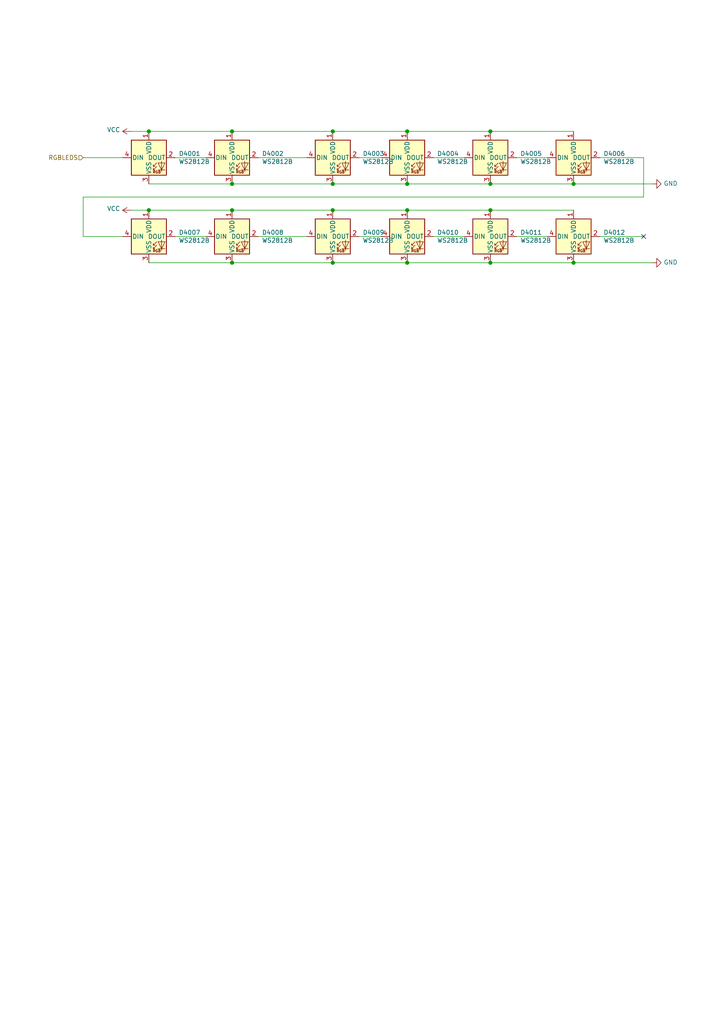
<source format=kicad_sch>
(kicad_sch (version 20210621) (generator eeschema)
  (paper "A4" portrait)
  (title_block (title "ValKey") (date "2019-08-16") (rev "0.2"))
  (lib_symbols
    (symbol "LED:WS2812B" (pin_names (offset 0.254))
      (property "Reference" "D" (at 5.08 5.715 0))
      (property "Value" "WS2812B" (at 1.27 -5.715 0))
      (symbol "WS2812B_0_0"
        (text "RGB" (at 2.286 -4.191 0) (effects (font (size 0.762 0.762))))
      )
      (symbol "WS2812B_0_1"
        (rectangle (start 5.08 5.08) (end -5.08 -5.08) (stroke (width 0.254)) (fill (type background)))
        (polyline (pts (xy 1.27 -3.556) (xy 1.778 -3.556)))
        (polyline (pts (xy 1.27 -2.54) (xy 1.778 -2.54)))
        (polyline (pts (xy 4.699 -3.556) (xy 2.667 -3.556)))
        (polyline (pts (xy 2.286 -2.54) (xy 1.27 -3.556) (xy 1.27 -3.048)))
        (polyline (pts (xy 2.286 -1.524) (xy 1.27 -2.54) (xy 1.27 -2.032)))
        (polyline (pts (xy 3.683 -1.016) (xy 3.683 -3.556) (xy 3.683 -4.064)))
        (polyline (pts (xy 4.699 -1.524) (xy 2.667 -1.524) (xy 3.683 -3.556) (xy 4.699 -1.524)))
      )
      (symbol "WS2812B_1_1"
        (pin power_in line (at 0 7.62 270) (length 2.54) (name "VDD") (number "1"))
        (pin output line (at 7.62 0 180) (length 2.54) (name "DOUT") (number "2"))
        (pin power_in line (at 0 -7.62 90) (length 2.54) (name "VSS") (number "3"))
        (pin input line (at -7.62 0 0) (length 2.54) (name "DIN") (number "4"))
      )
    )
    (symbol "power:GND" (power) (pin_names (offset 0))
      (property "Value" "GND" (at 0 -3.81 0))
      (symbol "GND_0_1"
        (polyline (pts (xy 0 0) (xy 0 -1.27) (xy 1.27 -1.27) (xy 0 -2.54) (xy -1.27 -1.27) (xy 0 -1.27)))
      )
      (symbol "GND_1_1"
        (pin power_in line (at 0 0 270) (length 0) hide (name "GND") (number "1"))
      )
    )
    (symbol "power:VCC" (power) (pin_names (offset 0))
      (property "Value" "VCC" (at 0 3.81 0))
      (symbol "VCC_0_1"
        (polyline (pts (xy -0.762 1.27) (xy 0 2.54)))
        (polyline (pts (xy 0 0) (xy 0 2.54)))
        (polyline (pts (xy 0 2.54) (xy 0.762 1.27)))
      )
      (symbol "VCC_1_1"
        (pin power_in line (at 0 0 90) (length 0) hide (name "VCC") (number "1"))
      )
    )
  )
  (junction (at 43.18 38.1) (diameter 1.016))
  (junction (at 43.18 60.96) (diameter 1.016))
  (junction (at 67.31 38.1) (diameter 1.016))
  (junction (at 67.31 53.34) (diameter 1.016))
  (junction (at 67.31 60.96) (diameter 1.016))
  (junction (at 67.31 76.2) (diameter 1.016))
  (junction (at 96.52 38.1) (diameter 1.016))
  (junction (at 96.52 53.34) (diameter 1.016))
  (junction (at 96.52 60.96) (diameter 1.016))
  (junction (at 96.52 76.2) (diameter 1.016))
  (junction (at 118.11 38.1) (diameter 1.016))
  (junction (at 118.11 53.34) (diameter 1.016))
  (junction (at 118.11 60.96) (diameter 1.016))
  (junction (at 118.11 76.2) (diameter 1.016))
  (junction (at 142.24 38.1) (diameter 1.016))
  (junction (at 142.24 53.34) (diameter 1.016))
  (junction (at 142.24 60.96) (diameter 1.016))
  (junction (at 142.24 76.2) (diameter 1.016))
  (junction (at 166.37 53.34) (diameter 1.016))
  (junction (at 166.37 76.2) (diameter 1.016))
  (no_connect (at 186.69 68.58))
  (wire (pts (xy 24.13 45.72) (xy 35.56 45.72)))
  (wire (pts (xy 24.13 57.15) (xy 24.13 68.58)))
  (wire (pts (xy 24.13 68.58) (xy 35.56 68.58)))
  (wire (pts (xy 38.1 38.1) (xy 43.18 38.1)))
  (wire (pts (xy 38.1 60.96) (xy 43.18 60.96)))
  (wire (pts (xy 43.18 38.1) (xy 67.31 38.1)))
  (wire (pts (xy 43.18 53.34) (xy 67.31 53.34)))
  (wire (pts (xy 43.18 60.96) (xy 67.31 60.96)))
  (wire (pts (xy 43.18 76.2) (xy 67.31 76.2)))
  (wire (pts (xy 50.8 45.72) (xy 59.69 45.72)))
  (wire (pts (xy 50.8 68.58) (xy 59.69 68.58)))
  (wire (pts (xy 67.31 38.1) (xy 96.52 38.1)))
  (wire (pts (xy 67.31 53.34) (xy 96.52 53.34)))
  (wire (pts (xy 67.31 60.96) (xy 96.52 60.96)))
  (wire (pts (xy 67.31 76.2) (xy 96.52 76.2)))
  (wire (pts (xy 74.93 45.72) (xy 88.9 45.72)))
  (wire (pts (xy 74.93 68.58) (xy 88.9 68.58)))
  (wire (pts (xy 96.52 38.1) (xy 118.11 38.1)))
  (wire (pts (xy 96.52 53.34) (xy 118.11 53.34)))
  (wire (pts (xy 96.52 60.96) (xy 118.11 60.96)))
  (wire (pts (xy 96.52 76.2) (xy 118.11 76.2)))
  (wire (pts (xy 104.14 45.72) (xy 110.49 45.72)))
  (wire (pts (xy 104.14 68.58) (xy 110.49 68.58)))
  (wire (pts (xy 118.11 38.1) (xy 142.24 38.1)))
  (wire (pts (xy 118.11 53.34) (xy 142.24 53.34)))
  (wire (pts (xy 118.11 60.96) (xy 142.24 60.96)))
  (wire (pts (xy 118.11 76.2) (xy 142.24 76.2)))
  (wire (pts (xy 125.73 45.72) (xy 134.62 45.72)))
  (wire (pts (xy 125.73 68.58) (xy 134.62 68.58)))
  (wire (pts (xy 142.24 38.1) (xy 166.37 38.1)))
  (wire (pts (xy 142.24 53.34) (xy 166.37 53.34)))
  (wire (pts (xy 142.24 60.96) (xy 166.37 60.96)))
  (wire (pts (xy 142.24 76.2) (xy 166.37 76.2)))
  (wire (pts (xy 149.86 45.72) (xy 158.75 45.72)))
  (wire (pts (xy 149.86 68.58) (xy 158.75 68.58)))
  (wire (pts (xy 166.37 53.34) (xy 189.23 53.34)))
  (wire (pts (xy 166.37 76.2) (xy 189.23 76.2)))
  (wire (pts (xy 173.99 45.72) (xy 186.69 45.72)))
  (wire (pts (xy 173.99 68.58) (xy 186.69 68.58)))
  (wire (pts (xy 186.69 45.72) (xy 186.69 57.15)))
  (wire (pts (xy 186.69 57.15) (xy 24.13 57.15)))
  (hierarchical_label "RGBLEDS" (shape input) (at 24.13 45.72 180))
  (symbol (lib_id "power:VCC") (at 38.1 38.1 90) (unit 1)
    (property "Reference" "#PWR04001" (effects hide))
    (property "Value" "VCC" (at 34.8742 37.6428 90) (effects (justify left)))
  )
  (symbol (lib_id "power:VCC") (at 38.1 60.96 90) (unit 1)
    (property "Reference" "#PWR04003" (effects hide))
    (property "Value" "VCC" (at 34.8742 60.5028 90) (effects (justify left)))
  )
  (symbol (lib_id "power:GND") (at 189.23 53.34 90) (unit 1)
    (property "Reference" "#PWR04002" (effects hide))
    (property "Value" "GND" (at 192.4812 53.213 90) (effects (justify right)))
  )
  (symbol (lib_id "power:GND") (at 189.23 76.2 90) (unit 1)
    (property "Reference" "#PWR04004" (effects hide))
    (property "Value" "GND" (at 192.4812 76.073 90) (effects (justify right)))
  )
  (symbol (lib_id "LED:WS2812B") (at 43.18 45.72 0) (unit 1)
    (property "Reference" "D4001" (at 51.8414 44.5516 0) (effects (justify left)))
    (property "Value" "WS2812B" (at 51.8414 46.863 0) (effects (justify left)))
    (property "Footprint" "LED_SMD:LED_WS2812B_PLCC4_5.0x5.0mm_P3.2mm" (effects hide))
    (property "Datasheet" "https://datasheet.lcsc.com/szlcsc/Worldsemi-WS2812B_C114585.pdf" (effects hide))
    (property "PartNr" "C114585" (effects hide))
  )
  (symbol (lib_id "LED:WS2812B") (at 43.18 68.58 0) (unit 1)
    (property "Reference" "D4007" (at 51.8414 67.4116 0) (effects (justify left)))
    (property "Value" "WS2812B" (at 51.8414 69.723 0) (effects (justify left)))
    (property "Footprint" "LED_SMD:LED_WS2812B_PLCC4_5.0x5.0mm_P3.2mm" (effects hide))
    (property "Datasheet" "https://datasheet.lcsc.com/szlcsc/Worldsemi-WS2812B_C114585.pdf" (effects hide))
    (property "PartNr" "C114585" (effects hide))
  )
  (symbol (lib_id "LED:WS2812B") (at 67.31 45.72 0) (unit 1)
    (property "Reference" "D4002" (at 75.9714 44.5516 0) (effects (justify left)))
    (property "Value" "WS2812B" (at 75.9714 46.863 0) (effects (justify left)))
    (property "Footprint" "LED_SMD:LED_WS2812B_PLCC4_5.0x5.0mm_P3.2mm" (effects hide))
    (property "Datasheet" "https://datasheet.lcsc.com/szlcsc/Worldsemi-WS2812B_C114585.pdf" (effects hide))
    (property "PartNr" "C114585" (effects hide))
  )
  (symbol (lib_id "LED:WS2812B") (at 67.31 68.58 0) (unit 1)
    (property "Reference" "D4008" (at 75.9714 67.4116 0) (effects (justify left)))
    (property "Value" "WS2812B" (at 75.9714 69.723 0) (effects (justify left)))
    (property "Footprint" "LED_SMD:LED_WS2812B_PLCC4_5.0x5.0mm_P3.2mm" (effects hide))
    (property "Datasheet" "https://datasheet.lcsc.com/szlcsc/Worldsemi-WS2812B_C114585.pdf" (effects hide))
    (property "PartNr" "C114585" (effects hide))
  )
  (symbol (lib_id "LED:WS2812B") (at 96.52 45.72 0) (unit 1)
    (property "Reference" "D4003" (at 105.1814 44.5516 0) (effects (justify left)))
    (property "Value" "WS2812B" (at 105.1814 46.863 0) (effects (justify left)))
    (property "Footprint" "LED_SMD:LED_WS2812B_PLCC4_5.0x5.0mm_P3.2mm" (effects hide))
    (property "Datasheet" "https://datasheet.lcsc.com/szlcsc/Worldsemi-WS2812B_C114585.pdf" (effects hide))
    (property "PartNr" "C114585" (effects hide))
  )
  (symbol (lib_id "LED:WS2812B") (at 96.52 68.58 0) (unit 1)
    (property "Reference" "D4009" (at 105.1814 67.4116 0) (effects (justify left)))
    (property "Value" "WS2812B" (at 105.1814 69.723 0) (effects (justify left)))
    (property "Footprint" "LED_SMD:LED_WS2812B_PLCC4_5.0x5.0mm_P3.2mm" (effects hide))
    (property "Datasheet" "https://datasheet.lcsc.com/szlcsc/Worldsemi-WS2812B_C114585.pdf" (effects hide))
    (property "PartNr" "C114585" (effects hide))
  )
  (symbol (lib_id "LED:WS2812B") (at 118.11 45.72 0) (unit 1)
    (property "Reference" "D4004" (at 126.7714 44.5516 0) (effects (justify left)))
    (property "Value" "WS2812B" (at 126.7714 46.863 0) (effects (justify left)))
    (property "Footprint" "LED_SMD:LED_WS2812B_PLCC4_5.0x5.0mm_P3.2mm" (effects hide))
    (property "Datasheet" "https://datasheet.lcsc.com/szlcsc/Worldsemi-WS2812B_C114585.pdf" (effects hide))
    (property "PartNr" "C114585" (effects hide))
  )
  (symbol (lib_id "LED:WS2812B") (at 118.11 68.58 0) (unit 1)
    (property "Reference" "D4010" (at 126.7714 67.4116 0) (effects (justify left)))
    (property "Value" "WS2812B" (at 126.7714 69.723 0) (effects (justify left)))
    (property "Footprint" "LED_SMD:LED_WS2812B_PLCC4_5.0x5.0mm_P3.2mm" (effects hide))
    (property "Datasheet" "https://datasheet.lcsc.com/szlcsc/Worldsemi-WS2812B_C114585.pdf" (effects hide))
    (property "PartNr" "C114585" (effects hide))
  )
  (symbol (lib_id "LED:WS2812B") (at 142.24 45.72 0) (unit 1)
    (property "Reference" "D4005" (at 150.9014 44.5516 0) (effects (justify left)))
    (property "Value" "WS2812B" (at 150.9014 46.863 0) (effects (justify left)))
    (property "Footprint" "LED_SMD:LED_WS2812B_PLCC4_5.0x5.0mm_P3.2mm" (effects hide))
    (property "Datasheet" "https://datasheet.lcsc.com/szlcsc/Worldsemi-WS2812B_C114585.pdf" (effects hide))
    (property "PartNr" "C114585" (effects hide))
  )
  (symbol (lib_id "LED:WS2812B") (at 142.24 68.58 0) (unit 1)
    (property "Reference" "D4011" (at 150.9014 67.4116 0) (effects (justify left)))
    (property "Value" "WS2812B" (at 150.9014 69.723 0) (effects (justify left)))
    (property "Footprint" "LED_SMD:LED_WS2812B_PLCC4_5.0x5.0mm_P3.2mm" (effects hide))
    (property "Datasheet" "https://datasheet.lcsc.com/szlcsc/Worldsemi-WS2812B_C114585.pdf" (effects hide))
    (property "PartNr" "C114585" (effects hide))
  )
  (symbol (lib_id "LED:WS2812B") (at 166.37 45.72 0) (unit 1)
    (property "Reference" "D4006" (at 175.0314 44.5516 0) (effects (justify left)))
    (property "Value" "WS2812B" (at 175.0314 46.863 0) (effects (justify left)))
    (property "Footprint" "LED_SMD:LED_WS2812B_PLCC4_5.0x5.0mm_P3.2mm" (effects hide))
    (property "Datasheet" "https://datasheet.lcsc.com/szlcsc/Worldsemi-WS2812B_C114585.pdf" (effects hide))
    (property "PartNr" "C114585" (effects hide))
  )
  (symbol (lib_id "LED:WS2812B") (at 166.37 68.58 0) (unit 1)
    (property "Reference" "D4012" (at 175.0314 67.4116 0) (effects (justify left)))
    (property "Value" "WS2812B" (at 175.0314 69.723 0) (effects (justify left)))
    (property "Footprint" "LED_SMD:LED_WS2812B_PLCC4_5.0x5.0mm_P3.2mm" (effects hide))
    (property "Datasheet" "https://datasheet.lcsc.com/szlcsc/Worldsemi-WS2812B_C114585.pdf" (effects hide))
    (property "PartNr" "C114585" (effects hide))
  )
)
</source>
